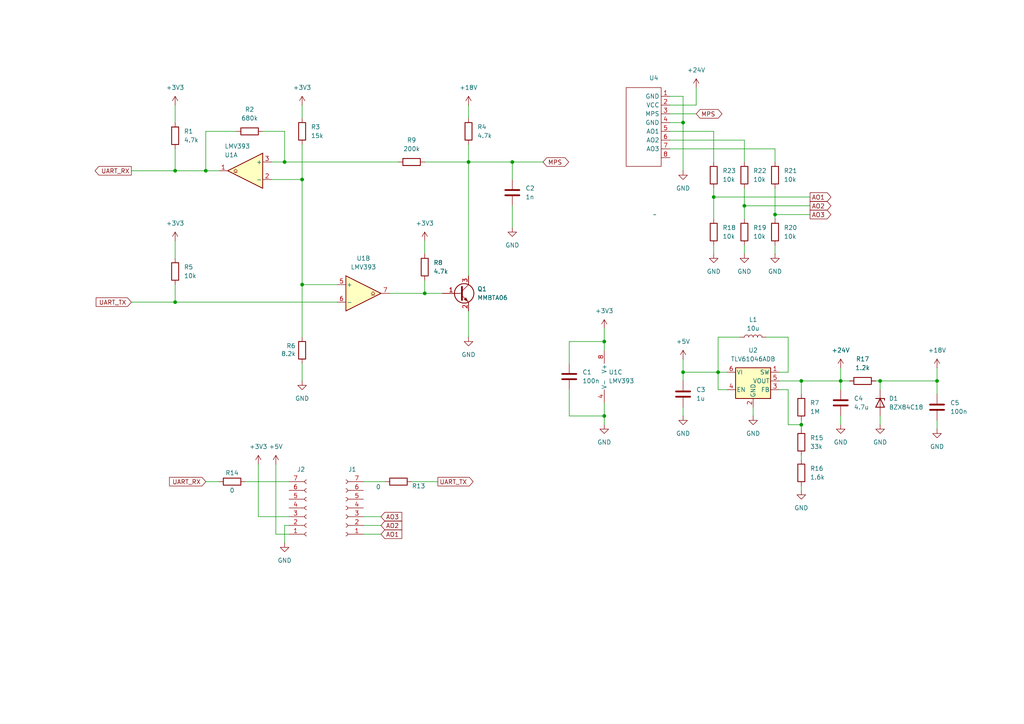
<source format=kicad_sch>
(kicad_sch (version 20250114) (generator "eeschema") (generator_version "9.0")
  (paper "A4")
  (title_block (title "Belimo Room Unit MQTT PCB"))
  (lib_symbols
    (symbol "Comparator:LMV393" (pin_names (offset 0.127))
      (property "Reference" "U" (at 3.81 3.81 0))
      (property "Value" "LMV393" (at 6.35 -3.81 0))
      (symbol "LMV393_1_1"
        (polyline (pts (xy -5.08 5.08) (xy 5.08 0) (xy -5.08 -5.08) (xy -5.08 5.08)) (stroke (width 0.254)) (fill (type background)))
        (polyline (pts (xy 3.302 -0.508) (xy 2.794 -0.508) (xy 3.302 0) (xy 2.794 0.508) (xy 2.286 0) (xy 2.794 -0.508) (xy 2.286 -0.508)) (stroke (width 0.127)))
        (pin input line (at -7.62 2.54 0) (length 2.54) (name "+") (number "3"))
        (pin input line (at -7.62 -2.54 0) (length 2.54) (name "-") (number "2"))
        (pin open_collector line (at 7.62 0 180) (length 2.54) (name "~") (number "1"))
      )
      (symbol "LMV393_2_1"
        (polyline (pts (xy -5.08 5.08) (xy 5.08 0) (xy -5.08 -5.08) (xy -5.08 5.08)) (stroke (width 0.254)) (fill (type background)))
        (polyline (pts (xy 3.302 -0.508) (xy 2.794 -0.508) (xy 3.302 0) (xy 2.794 0.508) (xy 2.286 0) (xy 2.794 -0.508) (xy 2.286 -0.508)) (stroke (width 0.127)))
        (pin input line (at -7.62 2.54 0) (length 2.54) (name "+") (number "5"))
        (pin input line (at -7.62 -2.54 0) (length 2.54) (name "-") (number "6"))
        (pin open_collector line (at 7.62 0 180) (length 2.54) (name "~") (number "7"))
      )
      (symbol "LMV393_3_1"
        (pin power_in line (at -2.54 7.62 270) (length 3.81) (name "V+") (number "8"))
        (pin power_in line (at -2.54 -7.62 90) (length 3.81) (name "V-") (number "4"))
      )
    )
    (symbol "Connector:Conn_01x07_Socket" (pin_names (offset 1.016) (hide yes))
      (property "Reference" "J" (at 0 10.16 0))
      (property "Value" "Conn_01x07_Socket" (at 0 -10.16 0))
      (symbol "Conn_01x07_Socket_1_1"
        (polyline (pts (xy -1.27 7.62) (xy -0.508 7.62)) (stroke (width 0.1524)))
        (polyline (pts (xy -1.27 5.08) (xy -0.508 5.08)) (stroke (width 0.1524)))
        (polyline (pts (xy -1.27 2.54) (xy -0.508 2.54)) (stroke (width 0.1524)))
        (polyline (pts (xy -1.27 0) (xy -0.508 0)) (stroke (width 0.1524)))
        (polyline (pts (xy -1.27 -2.54) (xy -0.508 -2.54)) (stroke (width 0.1524)))
        (polyline (pts (xy -1.27 -5.08) (xy -0.508 -5.08)) (stroke (width 0.1524)))
        (polyline (pts (xy -1.27 -7.62) (xy -0.508 -7.62)) (stroke (width 0.1524)))
        (arc (start 0 7.112) (mid -0.5058 7.62) (end 0 8.128) (stroke (width 0.1524)))
        (arc (start 0 4.572) (mid -0.5058 5.08) (end 0 5.588) (stroke (width 0.1524)))
        (arc (start 0 2.032) (mid -0.5058 2.54) (end 0 3.048) (stroke (width 0.1524)))
        (arc (start 0 -0.508) (mid -0.5058 0) (end 0 0.508) (stroke (width 0.1524)))
        (arc (start 0 -3.048) (mid -0.5058 -2.54) (end 0 -2.032) (stroke (width 0.1524)))
        (arc (start 0 -5.588) (mid -0.5058 -5.08) (end 0 -4.572) (stroke (width 0.1524)))
        (arc (start 0 -8.128) (mid -0.5058 -7.62) (end 0 -7.112) (stroke (width 0.1524)))
        (pin passive line (at -5.08 7.62 0) (length 3.81) (name "Pin_1") (number "1"))
        (pin passive line (at -5.08 5.08 0) (length 3.81) (name "Pin_2") (number "2"))
        (pin passive line (at -5.08 2.54 0) (length 3.81) (name "Pin_3") (number "3"))
        (pin passive line (at -5.08 0 0) (length 3.81) (name "Pin_4") (number "4"))
        (pin passive line (at -5.08 -2.54 0) (length 3.81) (name "Pin_5") (number "5"))
        (pin passive line (at -5.08 -5.08 0) (length 3.81) (name "Pin_6") (number "6"))
        (pin passive line (at -5.08 -7.62 0) (length 3.81) (name "Pin_7") (number "7"))
      )
    )
    (symbol "Device:C" (pin_numbers (hide yes)) (pin_names (offset 0.254))
      (property "Reference" "C" (at 0.635 2.54 0))
      (property "Value" "C" (at 0.635 -2.54 0))
      (symbol "C_0_1"
        (polyline (pts (xy -2.032 0.762) (xy 2.032 0.762)) (stroke (width 0.508)))
        (polyline (pts (xy -2.032 -0.762) (xy 2.032 -0.762)) (stroke (width 0.508)))
      )
      (symbol "C_1_1"
        (pin passive line (at 0 3.81 270) (length 2.794) (name "~") (number "1"))
        (pin passive line (at 0 -3.81 90) (length 2.794) (name "~") (number "2"))
      )
    )
    (symbol "Device:L" (pin_numbers (hide yes)) (pin_names (offset 1.016) (hide yes))
      (property "Reference" "L" (at -1.27 0 90))
      (property "Value" "L" (at 1.905 0 90))
      (symbol "L_0_1"
        (arc (start 0 2.54) (mid 0.6323 1.905) (end 0 1.27))
        (arc (start 0 1.27) (mid 0.6323 0.635) (end 0 0))
        (arc (start 0 0) (mid 0.6323 -0.635) (end 0 -1.27))
        (arc (start 0 -1.27) (mid 0.6323 -1.905) (end 0 -2.54))
      )
      (symbol "L_1_1"
        (pin passive line (at 0 3.81 270) (length 1.27) (name "1") (number "1"))
        (pin passive line (at 0 -3.81 90) (length 1.27) (name "2") (number "2"))
      )
    )
    (symbol "Device:R" (pin_numbers (hide yes)) (pin_names (offset 0))
      (property "Reference" "R" (at 2.032 0 90))
      (property "Value" "R" (at 0 0 90))
      (symbol "R_0_1"
        (rectangle (start -1.016 -2.54) (end 1.016 2.54) (stroke (width 0.254)))
      )
      (symbol "R_1_1"
        (pin passive line (at 0 3.81 270) (length 1.27) (name "~") (number "1"))
        (pin passive line (at 0 -3.81 90) (length 1.27) (name "~") (number "2"))
      )
    )
    (symbol "Diode:BZX84Cxx" (pin_numbers (hide yes)) (pin_names (hide yes))
      (property "Reference" "D" (at 0 3.81 0))
      (property "Value" "BZX84Cxx" (at 0 -3.81 0))
      (symbol "BZX84Cxx_0_1"
        (polyline (pts (xy -1.27 -1.27) (xy -1.27 1.27) (xy -0.762 1.27)) (stroke (width 0.254)))
        (polyline (pts (xy 1.27 0) (xy -1.27 0)))
        (polyline (pts (xy 1.27 -1.27) (xy 1.27 1.27) (xy -1.27 0) (xy 1.27 -1.27)) (stroke (width 0.254)))
      )
      (symbol "BZX84Cxx_1_1"
        (pin passive line (at -3.81 0 0) (length 2.54) (name "K") (number "3"))
        (pin no_connect line (at 1.27 0 180) (length 2.54) (hide yes) (name "NC") (number "2"))
        (pin passive line (at 3.81 0 180) (length 2.54) (name "A") (number "1"))
      )
    )
    (symbol "Project_Library:RoomUnit_Connector"
      (property "Reference" "U" (at 3.302 21.59 0))
      (symbol "RoomUnit_Connector_0_1"
        (rectangle (start 2.54 20.32) (end 12.7 -2.54))
      )
      (symbol "RoomUnit_Connector_1_1"
        (pin input line (at 0 17.78 0) (length 2.54) (name "GND") (number "1"))
        (pin input line (at 0 15.24 0) (length 2.54) (name "VCC") (number "2"))
        (pin input line (at 0 12.7 0) (length 2.54) (name "MPS") (number "3"))
        (pin input line (at 0 10.16 0) (length 2.54) (name "GND") (number "4"))
        (pin input line (at 0 7.62 0) (length 2.54) (name "AO1") (number "5"))
        (pin input line (at 0 5.08 0) (length 2.54) (name "AO2") (number "6"))
        (pin input line (at 0 2.54 0) (length 2.54) (name "AO3") (number "7"))
        (pin input line (at 0 0 0) (length 2.54) (name "") (number "8"))
      )
    )
    (symbol "Regulator_Switching:TLV61046ADB" (pin_names (offset 0.254))
      (property "Reference" "U" (at -5.08 7.62 0))
      (property "Value" "TLV61046ADB" (at 0 7.62 0))
      (symbol "TLV61046ADB_0_1"
        (rectangle (start -5.08 6.35) (end 5.08 -2.54) (stroke (width 0.254)) (fill (type background)))
      )
      (symbol "TLV61046ADB_1_1"
        (pin power_in line (at -7.62 5.08 0) (length 2.54) (name "VI") (number "6"))
        (pin input line (at -7.62 0 0) (length 2.54) (name "EN") (number "4"))
        (pin power_in line (at 0 -5.08 90) (length 2.54) (name "GND") (number "2"))
        (pin power_in line (at 7.62 5.08 180) (length 2.54) (name "SW") (number "1"))
        (pin power_out line (at 7.62 2.54 180) (length 2.54) (name "VOUT") (number "5"))
        (pin input line (at 7.62 0 180) (length 2.54) (name "FB") (number "3"))
      )
    )
    (symbol "Transistor_BJT:MMBTA06" (pin_names (offset 0) (hide yes))
      (property "Reference" "Q" (at 5.08 1.905 0))
      (property "Value" "MMBTA06" (at 5.08 0 0))
      (symbol "MMBTA06_0_1"
        (polyline (pts (xy 0 0) (xy 0.635 0)))
        (polyline (pts (xy 0.635 1.905) (xy 0.635 -1.905) (xy 0.635 -1.905)) (stroke (width 0.508)))
        (polyline (pts (xy 0.635 0.635) (xy 2.54 2.54)))
        (polyline (pts (xy 0.635 -0.635) (xy 2.54 -2.54) (xy 2.54 -2.54)))
        (circle (center 1.27 0) (radius 2.8194) (stroke (width 0.254)))
        (polyline (pts (xy 1.27 -1.778) (xy 1.778 -1.27) (xy 2.286 -2.286) (xy 1.27 -1.778) (xy 1.27 -1.778)) (fill (type outline)))
      )
      (symbol "MMBTA06_1_1"
        (pin input line (at -5.08 0 0) (length 5.08) (name "B") (number "1"))
        (pin passive line (at 2.54 5.08 270) (length 2.54) (name "C") (number "3"))
        (pin passive line (at 2.54 -5.08 90) (length 2.54) (name "E") (number "2"))
      )
    )
    (symbol "power:+24V" (power) (pin_numbers (hide yes)) (pin_names (offset 0) (hide yes))
      (property "Value" "+24V" (at 0 3.556 0))
      (symbol "+24V_0_1"
        (polyline (pts (xy -0.762 1.27) (xy 0 2.54)))
        (polyline (pts (xy 0 2.54) (xy 0.762 1.27)))
        (polyline (pts (xy 0 0) (xy 0 2.54)))
      )
      (symbol "+24V_1_1"
        (pin power_in line (at 0 0 90) (length 0) (name "~") (number "1"))
      )
    )
    (symbol "power:+28V" (power) (pin_numbers (hide yes)) (pin_names (offset 0) (hide yes))
      (property "Value" "+28V" (at 0 3.556 0))
      (symbol "+28V_0_1"
        (polyline (pts (xy -0.762 1.27) (xy 0 2.54)))
        (polyline (pts (xy 0 2.54) (xy 0.762 1.27)))
        (polyline (pts (xy 0 0) (xy 0 2.54)))
      )
      (symbol "+28V_1_1"
        (pin power_in line (at 0 0 90) (length 0) (name "~") (number "1"))
      )
    )
    (symbol "power:+3V3" (power) (pin_numbers (hide yes)) (pin_names (offset 0) (hide yes))
      (property "Value" "+3V3" (at 0 3.556 0))
      (symbol "+3V3_0_1"
        (polyline (pts (xy -0.762 1.27) (xy 0 2.54)))
        (polyline (pts (xy 0 2.54) (xy 0.762 1.27)))
        (polyline (pts (xy 0 0) (xy 0 2.54)))
      )
      (symbol "+3V3_1_1"
        (pin power_in line (at 0 0 90) (length 0) (name "~") (number "1"))
      )
    )
    (symbol "power:+5V" (power) (pin_numbers (hide yes)) (pin_names (offset 0) (hide yes))
      (property "Value" "+5V" (at 0 3.556 0))
      (symbol "+5V_0_1"
        (polyline (pts (xy -0.762 1.27) (xy 0 2.54)))
        (polyline (pts (xy 0 2.54) (xy 0.762 1.27)))
        (polyline (pts (xy 0 0) (xy 0 2.54)))
      )
      (symbol "+5V_1_1"
        (pin power_in line (at 0 0 90) (length 0) (name "~") (number "1"))
      )
    )
    (symbol "power:GND" (power) (pin_numbers (hide yes)) (pin_names (offset 0) (hide yes))
      (property "Value" "GND" (at 0 -3.81 0))
      (symbol "GND_0_1"
        (polyline (pts (xy 0 0) (xy 0 -1.27) (xy 1.27 -1.27) (xy 0 -2.54) (xy -1.27 -1.27) (xy 0 -1.27)))
      )
      (symbol "GND_1_1"
        (pin power_in line (at 0 0 270) (length 0) (name "~") (number "1"))
      )
    )
  )
  (junction (at 87.63 52.07))
  (junction (at 148.59 46.99))
  (junction (at 208.28 107.95))
  (junction (at 271.78 110.49))
  (junction (at 232.41 123.19))
  (junction (at 207.01 57.15))
  (junction (at 215.9 59.69))
  (junction (at 232.41 110.49))
  (junction (at 224.79 62.23))
  (junction (at 50.8 87.63))
  (junction (at 82.55 46.99))
  (junction (at 59.69 49.53))
  (junction (at 198.12 107.95))
  (junction (at 175.26 99.06))
  (junction (at 123.19 85.09))
  (junction (at 87.63 82.55))
  (junction (at 175.26 120.65))
  (junction (at 198.12 35.56))
  (junction (at 255.27 110.49))
  (junction (at 135.89 46.99))
  (junction (at 50.8 49.53))
  (junction (at 243.84 110.49))
  (wire (pts (xy 194.31 33.02) (xy 201.93 33.02)))
  (wire (pts (xy 207.01 54.61) (xy 207.01 57.15)))
  (wire (pts (xy 198.12 35.56) (xy 198.12 27.94)))
  (wire (pts (xy 207.01 38.1) (xy 207.01 46.99)))
  (wire (pts (xy 165.1 120.65) (xy 175.26 120.65)))
  (wire (pts (xy 255.27 120.65) (xy 255.27 123.19)))
  (wire (pts (xy 83.82 152.4) (xy 82.55 152.4)))
  (wire (pts (xy 38.1 87.63) (xy 50.8 87.63)))
  (wire (pts (xy 226.06 107.95) (xy 228.6 107.95)))
  (wire (pts (xy 228.6 113.03) (xy 228.6 123.19)))
  (wire (pts (xy 123.19 69.85) (xy 123.19 73.66)))
  (wire (pts (xy 82.55 46.99) (xy 115.57 46.99)))
  (wire (pts (xy 165.1 105.41) (xy 165.1 99.06)))
  (wire (pts (xy 198.12 118.11) (xy 198.12 120.65)))
  (wire (pts (xy 50.8 69.85) (xy 50.8 74.93)))
  (wire (pts (xy 232.41 142.24) (xy 232.41 140.97)))
  (wire (pts (xy 82.55 38.1) (xy 82.55 46.99)))
  (wire (pts (xy 224.79 54.61) (xy 224.79 62.23)))
  (wire (pts (xy 226.06 110.49) (xy 232.41 110.49)))
  (wire (pts (xy 63.5 139.7) (xy 59.69 139.7)))
  (wire (pts (xy 198.12 107.95) (xy 198.12 110.49)))
  (wire (pts (xy 215.9 71.12) (xy 215.9 73.66)))
  (wire (pts (xy 148.59 46.99) (xy 157.48 46.99)))
  (wire (pts (xy 175.26 99.06) (xy 175.26 101.6)))
  (wire (pts (xy 210.82 113.03) (xy 208.28 113.03)))
  (wire (pts (xy 135.89 46.99) (xy 135.89 80.01)))
  (wire (pts (xy 87.63 30.48) (xy 87.63 34.29)))
  (wire (pts (xy 82.55 157.48) (xy 82.55 152.4)))
  (wire (pts (xy 194.31 40.64) (xy 215.9 40.64)))
  (wire (pts (xy 218.44 118.11) (xy 218.44 120.65)))
  (wire (pts (xy 208.28 113.03) (xy 208.28 107.95)))
  (wire (pts (xy 148.59 46.99) (xy 135.89 46.99)))
  (wire (pts (xy 105.41 152.4) (xy 110.49 152.4)))
  (wire (pts (xy 74.93 149.86) (xy 83.82 149.86)))
  (wire (pts (xy 87.63 82.55) (xy 87.63 52.07)))
  (wire (pts (xy 123.19 85.09) (xy 128.27 85.09)))
  (wire (pts (xy 254 110.49) (xy 255.27 110.49)))
  (wire (pts (xy 207.01 38.1) (xy 194.31 38.1)))
  (wire (pts (xy 76.2 38.1) (xy 82.55 38.1)))
  (wire (pts (xy 228.6 97.79) (xy 228.6 107.95)))
  (wire (pts (xy 198.12 104.14) (xy 198.12 107.95)))
  (wire (pts (xy 208.28 107.95) (xy 210.82 107.95)))
  (wire (pts (xy 165.1 113.03) (xy 165.1 120.65)))
  (wire (pts (xy 148.59 52.07) (xy 148.59 46.99)))
  (wire (pts (xy 198.12 107.95) (xy 208.28 107.95)))
  (wire (pts (xy 50.8 30.48) (xy 50.8 35.56)))
  (wire (pts (xy 214.63 97.79) (xy 208.28 97.79)))
  (wire (pts (xy 232.41 133.35) (xy 232.41 132.08)))
  (wire (pts (xy 255.27 110.49) (xy 271.78 110.49)))
  (wire (pts (xy 224.79 71.12) (xy 224.79 73.66)))
  (wire (pts (xy 135.89 90.17) (xy 135.89 97.79)))
  (wire (pts (xy 87.63 97.79) (xy 87.63 82.55)))
  (wire (pts (xy 232.41 123.19) (xy 232.41 124.46)))
  (wire (pts (xy 198.12 27.94) (xy 194.31 27.94)))
  (wire (pts (xy 38.1 49.53) (xy 50.8 49.53)))
  (wire (pts (xy 215.9 59.69) (xy 234.95 59.69)))
  (wire (pts (xy 207.01 71.12) (xy 207.01 73.66)))
  (wire (pts (xy 201.93 30.48) (xy 194.31 30.48)))
  (wire (pts (xy 194.31 35.56) (xy 198.12 35.56)))
  (wire (pts (xy 232.41 121.92) (xy 232.41 123.19)))
  (wire (pts (xy 255.27 113.03) (xy 255.27 110.49)))
  (wire (pts (xy 127 139.7) (xy 119.38 139.7)))
  (wire (pts (xy 80.01 154.94) (xy 83.82 154.94)))
  (wire (pts (xy 59.69 49.53) (xy 63.5 49.53)))
  (wire (pts (xy 148.59 59.69) (xy 148.59 66.04)))
  (wire (pts (xy 87.63 105.41) (xy 87.63 110.49)))
  (wire (pts (xy 111.76 139.7) (xy 105.41 139.7)))
  (wire (pts (xy 201.93 25.4) (xy 201.93 30.48)))
  (wire (pts (xy 105.41 154.94) (xy 110.49 154.94)))
  (wire (pts (xy 215.9 59.69) (xy 215.9 63.5)))
  (wire (pts (xy 243.84 120.65) (xy 243.84 123.19)))
  (wire (pts (xy 165.1 99.06) (xy 175.26 99.06)))
  (wire (pts (xy 135.89 41.91) (xy 135.89 46.99)))
  (wire (pts (xy 224.79 62.23) (xy 224.79 63.5)))
  (wire (pts (xy 271.78 121.92) (xy 271.78 124.46)))
  (wire (pts (xy 80.01 154.94) (xy 80.01 134.62)))
  (wire (pts (xy 215.9 40.64) (xy 215.9 46.99)))
  (wire (pts (xy 232.41 110.49) (xy 243.84 110.49)))
  (wire (pts (xy 68.58 38.1) (xy 59.69 38.1)))
  (wire (pts (xy 208.28 97.79) (xy 208.28 107.95)))
  (wire (pts (xy 215.9 54.61) (xy 215.9 59.69)))
  (wire (pts (xy 50.8 82.55) (xy 50.8 87.63)))
  (wire (pts (xy 135.89 30.48) (xy 135.89 34.29)))
  (wire (pts (xy 78.74 46.99) (xy 82.55 46.99)))
  (wire (pts (xy 50.8 43.18) (xy 50.8 49.53)))
  (wire (pts (xy 224.79 62.23) (xy 234.95 62.23)))
  (wire (pts (xy 135.89 46.99) (xy 123.19 46.99)))
  (wire (pts (xy 243.84 106.68) (xy 243.84 110.49)))
  (wire (pts (xy 246.38 110.49) (xy 243.84 110.49)))
  (wire (pts (xy 113.03 85.09) (xy 123.19 85.09)))
  (wire (pts (xy 71.12 139.7) (xy 83.82 139.7)))
  (wire (pts (xy 232.41 123.19) (xy 228.6 123.19)))
  (wire (pts (xy 271.78 106.68) (xy 271.78 110.49)))
  (wire (pts (xy 123.19 81.28) (xy 123.19 85.09)))
  (wire (pts (xy 207.01 57.15) (xy 207.01 63.5)))
  (wire (pts (xy 271.78 110.49) (xy 271.78 114.3)))
  (wire (pts (xy 224.79 43.18) (xy 224.79 46.99)))
  (wire (pts (xy 74.93 134.62) (xy 74.93 149.86)))
  (wire (pts (xy 105.41 149.86) (xy 110.49 149.86)))
  (wire (pts (xy 50.8 87.63) (xy 97.79 87.63)))
  (wire (pts (xy 87.63 52.07) (xy 87.63 41.91)))
  (wire (pts (xy 194.31 43.18) (xy 224.79 43.18)))
  (wire (pts (xy 175.26 120.65) (xy 175.26 123.19)))
  (wire (pts (xy 198.12 49.53) (xy 198.12 35.56)))
  (wire (pts (xy 232.41 114.3) (xy 232.41 110.49)))
  (wire (pts (xy 78.74 52.07) (xy 87.63 52.07)))
  (wire (pts (xy 207.01 57.15) (xy 234.95 57.15)))
  (wire (pts (xy 243.84 110.49) (xy 243.84 113.03)))
  (wire (pts (xy 222.25 97.79) (xy 228.6 97.79)))
  (wire (pts (xy 175.26 95.25) (xy 175.26 99.06)))
  (wire (pts (xy 87.63 82.55) (xy 97.79 82.55)))
  (wire (pts (xy 226.06 113.03) (xy 228.6 113.03)))
  (wire (pts (xy 59.69 38.1) (xy 59.69 49.53)))
  (wire (pts (xy 50.8 49.53) (xy 59.69 49.53)))
  (wire (pts (xy 175.26 116.84) (xy 175.26 120.65)))
  (global_label "AO1" (shape input) (at 110.49 154.94 0) (property "Intersheetrefs" "${INTERSHEET_REFS}" (effects (hide yes))))
  (global_label "MPS" (shape bidirectional) (at 201.93 33.02 0) (property "Intersheetrefs" "${INTERSHEET_REFS}" (effects (hide yes))))
  (global_label "AO1" (shape output) (at 234.95 57.15 0) (property "Intersheetrefs" "${INTERSHEET_REFS}" (effects (hide yes))))
  (global_label "UART_RX" (shape output) (at 38.1 49.53 180) (property "Intersheetrefs" "${INTERSHEET_REFS}" (effects (hide yes))))
  (global_label "AO3" (shape output) (at 234.95 62.23 0) (property "Intersheetrefs" "${INTERSHEET_REFS}" (effects (hide yes))))
  (global_label "UART_RX" (shape input) (at 59.69 139.7 180) (property "Intersheetrefs" "${INTERSHEET_REFS}" (effects (hide yes))))
  (global_label "AO3" (shape input) (at 110.49 149.86 0) (property "Intersheetrefs" "${INTERSHEET_REFS}" (effects (hide yes))))
  (global_label "UART_TX" (shape input) (at 38.1 87.63 180) (property "Intersheetrefs" "${INTERSHEET_REFS}" (effects (hide yes))))
  (global_label "AO2" (shape output) (at 234.95 59.69 0) (property "Intersheetrefs" "${INTERSHEET_REFS}" (effects (hide yes))))
  (global_label "MPS" (shape bidirectional) (at 157.48 46.99 0) (property "Intersheetrefs" "${INTERSHEET_REFS}" (effects (hide yes))))
  (global_label "AO2" (shape input) (at 110.49 152.4 0) (property "Intersheetrefs" "${INTERSHEET_REFS}" (effects (hide yes))))
  (global_label "UART_TX" (shape output) (at 127 139.7 0) (property "Intersheetrefs" "${INTERSHEET_REFS}" (effects (hide yes))))
  (symbol (lib_id "Connector:Conn_01x07_Socket") (at 88.9 147.32 0) (mirror x) (unit 1)
    (property "Reference" "J2" (at 86.106 136.144 0) (effects (justify left)))
    (property "Value" "Conn_01x07_Socket" (effects (hide yes)))
    (property "Footprint" "Project_Library:XIAO_ESP32-C3_Custom_Connector" (effects (hide yes)))
    (property "Description" "Generic connector, single row, 01x07, script generated" (effects (hide yes)))
  )
  (symbol (lib_id "Device:C") (at 148.59 55.88 0) (unit 1)
    (property "Reference" "C2" (at 152.4 54.6099 0) (effects (justify left)))
    (property "Value" "1n" (at 152.4 57.1499 0) (effects (justify left)))
    (property "Footprint" "Capacitor_SMD:C_0805_2012Metric_Pad1.18x1.45mm_HandSolder" (effects (hide yes)))
    (property "Description" "Unpolarized capacitor" (effects (hide yes)))
  )
  (symbol (lib_id "power:+3V3") (at 123.19 69.85 0) (unit 1)
    (property "Reference" "#PWR010" (effects (hide yes)))
    (property "Value" "+3V3" (at 123.19 64.77 0))
    (property "Description" "Power symbol creates a global label with name \"+3V3\"" (effects (hide yes)))
  )
  (symbol (lib_id "Device:C") (at 243.84 116.84 0) (unit 1)
    (property "Reference" "C4" (at 247.65 115.5699 0) (effects (justify left)))
    (property "Value" "4.7u" (at 247.65 118.1099 0) (effects (justify left)))
    (property "Footprint" "Capacitor_SMD:C_1206_3216Metric" (effects (hide yes)))
    (property "Description" "Unpolarized capacitor" (effects (hide yes)))
  )
  (symbol (lib_id "power:GND") (at 87.63 110.49 0) (unit 1)
    (property "Reference" "#PWR08" (effects (hide yes)))
    (property "Value" "GND" (at 87.63 115.57 0))
    (property "Description" "Power symbol creates a global label with name \"GND\" , ground" (effects (hide yes)))
  )
  (symbol (lib_id "power:+24V") (at 243.84 106.68 0) (unit 1)
    (property "Reference" "#PWR016" (effects (hide yes)))
    (property "Value" "+24V" (at 243.84 101.6 0))
    (property "Description" "Power symbol creates a global label with name \"+24V\"" (effects (hide yes)))
  )
  (symbol (lib_id "power:GND") (at 82.55 157.48 0) (unit 1)
    (property "Reference" "#PWR021" (effects (hide yes)))
    (property "Value" "GND" (at 82.55 162.56 0))
    (property "Description" "Power symbol creates a global label with name \"GND\" , ground" (effects (hide yes)))
  )
  (symbol (lib_id "Transistor_BJT:MMBTA06") (at 133.35 85.09 0) (unit 1)
    (property "Reference" "Q1" (at 138.43 83.8199 0) (effects (justify left)))
    (property "Value" "MMBTA06" (at 138.43 86.3599 0) (effects (justify left)))
    (property "Footprint" "Package_TO_SOT_SMD:SOT-23" (effects (hide yes)))
    (property "Datasheet" "https://diotec.com/request/datasheet/mmbta06.pdf" (effects (hide yes)))
    (property "Description" "0.5A Ic, 80V Vce, general purpose NPN" (effects (hide yes)))
  )
  (symbol (lib_id "Device:R") (at 207.01 67.31 0) (unit 1)
    (property "Reference" "R18" (at 209.55 66.0399 0) (effects (justify left)))
    (property "Value" "10k" (at 209.55 68.5799 0) (effects (justify left)))
    (property "Footprint" "Resistor_SMD:R_0805_2012Metric_Pad1.20x1.40mm_HandSolder" (effects (hide yes)))
    (property "Description" "Resistor" (effects (hide yes)))
  )
  (symbol (lib_id "Device:R") (at 50.8 39.37 0) (unit 1)
    (property "Reference" "R1" (at 53.34 38.0999 0) (effects (justify left)))
    (property "Value" "4.7k" (at 53.34 40.6399 0) (effects (justify left)))
    (property "Footprint" "Resistor_SMD:R_0805_2012Metric_Pad1.20x1.40mm_HandSolder" (effects (hide yes)))
    (property "Description" "Resistor" (effects (hide yes)))
  )
  (symbol (lib_id "power:GND") (at 271.78 124.46 0) (unit 1)
    (property "Reference" "#PWR024" (effects (hide yes)))
    (property "Value" "GND" (at 271.78 129.54 0))
    (property "Description" "Power symbol creates a global label with name \"GND\" , ground" (effects (hide yes)))
  )
  (symbol (lib_id "Device:R") (at 119.38 46.99 90) (unit 1)
    (property "Reference" "R9" (at 119.38 40.64 90))
    (property "Value" "200k" (at 119.38 43.18 90))
    (property "Footprint" "Resistor_SMD:R_0805_2012Metric_Pad1.20x1.40mm_HandSolder" (effects (hide yes)))
    (property "Description" "Resistor" (effects (hide yes)))
  )
  (symbol (lib_id "Device:R") (at 224.79 67.31 0) (unit 1)
    (property "Reference" "R20" (at 227.33 66.0399 0) (effects (justify left)))
    (property "Value" "10k" (at 227.33 68.5799 0) (effects (justify left)))
    (property "Footprint" "Resistor_SMD:R_0805_2012Metric_Pad1.20x1.40mm_HandSolder" (effects (hide yes)))
    (property "Description" "Resistor" (effects (hide yes)))
  )
  (symbol (lib_id "Device:R") (at 87.63 101.6 0) (unit 1)
    (property "Reference" "R6" (at 83.058 100.33 0) (effects (justify left)))
    (property "Value" "8.2k" (at 81.534 102.616 0) (effects (justify left)))
    (property "Footprint" "Resistor_SMD:R_0805_2012Metric_Pad1.20x1.40mm_HandSolder" (effects (hide yes)))
    (property "Description" "Resistor" (effects (hide yes)))
  )
  (symbol (lib_id "Device:C") (at 165.1 109.22 0) (unit 1)
    (property "Reference" "C1" (at 168.91 107.9499 0) (effects (justify left)))
    (property "Value" "100n" (at 168.91 110.4899 0) (effects (justify left)))
    (property "Footprint" "Capacitor_SMD:C_0805_2012Metric_Pad1.18x1.45mm_HandSolder" (effects (hide yes)))
    (property "Description" "Unpolarized capacitor" (effects (hide yes)))
  )
  (symbol (lib_id "power:GND") (at 175.26 123.19 0) (unit 1)
    (property "Reference" "#PWR01" (effects (hide yes)))
    (property "Value" "GND" (at 175.26 128.27 0))
    (property "Description" "Power symbol creates a global label with name \"GND\" , ground" (effects (hide yes)))
  )
  (symbol (lib_id "power:GND") (at 243.84 123.19 0) (unit 1)
    (property "Reference" "#PWR015" (effects (hide yes)))
    (property "Value" "GND" (at 243.84 128.27 0))
    (property "Description" "Power symbol creates a global label with name \"GND\" , ground" (effects (hide yes)))
  )
  (symbol (lib_id "power:GND") (at 207.01 73.66 0) (unit 1)
    (property "Reference" "#PWR026" (effects (hide yes)))
    (property "Value" "GND" (at 207.01 78.74 0))
    (property "Description" "Power symbol creates a global label with name \"GND\" , ground" (effects (hide yes)))
  )
  (symbol (lib_id "power:+5V") (at 198.12 104.14 0) (unit 1)
    (property "Reference" "#PWR017" (effects (hide yes)))
    (property "Value" "+5V" (at 198.12 99.06 0))
    (property "Description" "Power symbol creates a global label with name \"+5V\"" (effects (hide yes)))
  )
  (symbol (lib_id "Device:R") (at 135.89 38.1 0) (unit 1)
    (property "Reference" "R4" (at 138.43 36.8299 0) (effects (justify left)))
    (property "Value" "4.7k" (at 138.43 39.3699 0) (effects (justify left)))
    (property "Footprint" "Resistor_SMD:R_0805_2012Metric_Pad1.20x1.40mm_HandSolder" (effects (hide yes)))
    (property "Description" "Resistor" (effects (hide yes)))
  )
  (symbol (lib_id "power:GND") (at 255.27 123.19 0) (unit 1)
    (property "Reference" "#PWR023" (effects (hide yes)))
    (property "Value" "GND" (at 255.27 128.27 0))
    (property "Description" "Power symbol creates a global label with name \"GND\" , ground" (effects (hide yes)))
  )
  (symbol (lib_id "power:GND") (at 232.41 142.24 0) (unit 1)
    (property "Reference" "#PWR06" (effects (hide yes)))
    (property "Value" "GND" (at 232.41 147.32 0))
    (property "Description" "Power symbol creates a global label with name \"GND\" , ground" (effects (hide yes)))
  )
  (symbol (lib_id "power:GND") (at 135.89 97.79 0) (unit 1)
    (property "Reference" "#PWR011" (effects (hide yes)))
    (property "Value" "GND" (at 135.89 102.87 0))
    (property "Description" "Power symbol creates a global label with name \"GND\" , ground" (effects (hide yes)))
  )
  (symbol (lib_id "power:GND") (at 224.79 73.66 0) (unit 1)
    (property "Reference" "#PWR028" (effects (hide yes)))
    (property "Value" "GND" (at 224.79 78.74 0))
    (property "Description" "Power symbol creates a global label with name \"GND\" , ground" (effects (hide yes)))
  )
  (symbol (lib_id "Connector:Conn_01x07_Socket") (at 100.33 147.32 180) (unit 1)
    (property "Reference" "J1" (at 103.378 136.144 0) (effects (justify left)))
    (property "Value" "Conn_01x07_Socket" (effects (hide yes)))
    (property "Footprint" "Project_Library:XIAO_ESP32-C3_Custom_Connector" (effects (hide yes)))
    (property "Description" "Generic connector, single row, 01x07, script generated" (effects (hide yes)))
  )
  (symbol (lib_id "Diode:BZX84Cxx") (at 255.27 116.84 270) (unit 1)
    (property "Reference" "D1" (at 257.81 115.5699 90) (effects (justify left)))
    (property "Value" "BZX84C18" (at 257.81 118.1099 90) (effects (justify left)))
    (property "Footprint" "Package_TO_SOT_SMD:SOT-23" (effects (hide yes)))
    (property "Datasheet" "https://diotec.com/tl_files/diotec/files/pdf/datasheets/bzx84c2v4.pdf" (effects (hide yes)))
    (property "Description" "300mW Zener Diode, SOT-23" (effects (hide yes)))
  )
  (symbol (lib_id "power:GND") (at 198.12 120.65 0) (unit 1)
    (property "Reference" "#PWR013" (effects (hide yes)))
    (property "Value" "GND" (at 198.12 125.73 0))
    (property "Description" "Power symbol creates a global label with name \"GND\" , ground" (effects (hide yes)))
  )
  (symbol (lib_id "Device:R") (at 224.79 50.8 0) (unit 1)
    (property "Reference" "R21" (at 227.33 49.5299 0) (effects (justify left)))
    (property "Value" "10k" (at 227.33 52.0699 0) (effects (justify left)))
    (property "Footprint" "Resistor_SMD:R_0805_2012Metric_Pad1.20x1.40mm_HandSolder" (effects (hide yes)))
    (property "Description" "Resistor" (effects (hide yes)))
  )
  (symbol (lib_id "power:+28V") (at 135.89 30.48 0) (unit 1)
    (property "Reference" "#PWR025" (effects (hide yes)))
    (property "Value" "+18V" (at 135.89 25.4 0))
    (property "Description" "Power symbol creates a global label with name \"+28V\"" (effects (hide yes)))
  )
  (symbol (lib_id "power:+3V3") (at 74.93 134.62 0) (unit 1)
    (property "Reference" "#PWR022" (effects (hide yes)))
    (property "Value" "+3V3" (at 74.93 129.54 0))
    (property "Description" "Power symbol creates a global label with name \"+3V3\"" (effects (hide yes)))
  )
  (symbol (lib_id "Device:C") (at 198.12 114.3 0) (unit 1)
    (property "Reference" "C3" (at 201.93 113.0299 0) (effects (justify left)))
    (property "Value" "1u" (at 201.93 115.5699 0) (effects (justify left)))
    (property "Footprint" "Capacitor_SMD:C_1206_3216Metric" (effects (hide yes)))
    (property "Description" "Unpolarized capacitor" (effects (hide yes)))
  )
  (symbol (lib_id "Device:R") (at 72.39 38.1 90) (unit 1)
    (property "Reference" "R2" (at 72.39 31.75 90))
    (property "Value" "680k" (at 72.39 34.29 90))
    (property "Footprint" "Resistor_SMD:R_0805_2012Metric_Pad1.20x1.40mm_HandSolder" (effects (hide yes)))
    (property "Description" "Resistor" (effects (hide yes)))
  )
  (symbol (lib_id "Device:R") (at 250.19 110.49 90) (unit 1)
    (property "Reference" "R17" (at 250.19 104.14 90))
    (property "Value" "1.2k" (at 250.19 106.68 90))
    (property "Footprint" "Resistor_SMD:R_0805_2012Metric_Pad1.20x1.40mm_HandSolder" (effects (hide yes)))
    (property "Description" "Resistor" (effects (hide yes)))
  )
  (symbol (lib_id "Comparator:LMV393") (at 105.41 85.09 0) (unit 2)
    (property "Reference" "U1" (at 105.41 74.93 0))
    (property "Value" "LMV393" (at 105.41 77.47 0))
    (property "Footprint" "Package_SO:SOIC-8_3.9x4.9mm_P1.27mm" (effects (hide yes)))
    (property "Datasheet" "http://www.ti.com/lit/ds/symlink/lmv331.pdf" (effects (hide yes)))
    (property "Description" "Dual General-Purpose Low-Voltage Comparator, SOIC-8/TSSOP-8/VSSOP-8" (effects (hide yes)))
  )
  (symbol (lib_id "power:+3V3") (at 50.8 30.48 0) (unit 1)
    (property "Reference" "#PWR03" (effects (hide yes)))
    (property "Value" "+3V3" (at 50.8 25.4 0))
    (property "Description" "Power symbol creates a global label with name \"+3V3\"" (effects (hide yes)))
  )
  (symbol (lib_id "Comparator:LMV393") (at 177.8 109.22 0) (unit 3)
    (property "Reference" "U1" (at 176.53 107.9499 0) (effects (justify left)))
    (property "Value" "LMV393" (at 176.53 110.4899 0) (effects (justify left)))
    (property "Footprint" "Package_SO:SOIC-8_3.9x4.9mm_P1.27mm" (effects (hide yes)))
    (property "Datasheet" "http://www.ti.com/lit/ds/symlink/lmv331.pdf" (effects (hide yes)))
    (property "Description" "Dual General-Purpose Low-Voltage Comparator, SOIC-8/TSSOP-8/VSSOP-8" (effects (hide yes)))
  )
  (symbol (lib_id "power:GND") (at 215.9 73.66 0) (unit 1)
    (property "Reference" "#PWR027" (effects (hide yes)))
    (property "Value" "GND" (at 215.9 78.74 0))
    (property "Description" "Power symbol creates a global label with name \"GND\" , ground" (effects (hide yes)))
  )
  (symbol (lib_id "Device:R") (at 232.41 118.11 0) (unit 1)
    (property "Reference" "R7" (at 234.95 116.8399 0) (effects (justify left)))
    (property "Value" "1M" (at 234.95 119.3799 0) (effects (justify left)))
    (property "Footprint" "Resistor_SMD:R_0805_2012Metric_Pad1.20x1.40mm_HandSolder" (effects (hide yes)))
    (property "Description" "Resistor" (effects (hide yes)))
  )
  (symbol (lib_id "Device:R") (at 207.01 50.8 0) (unit 1)
    (property "Reference" "R23" (at 209.55 49.5299 0) (effects (justify left)))
    (property "Value" "10k" (at 209.55 52.0699 0) (effects (justify left)))
    (property "Footprint" "Resistor_SMD:R_0805_2012Metric_Pad1.20x1.40mm_HandSolder" (effects (hide yes)))
    (property "Description" "Resistor" (effects (hide yes)))
  )
  (symbol (lib_id "power:+28V") (at 271.78 106.68 0) (unit 1)
    (property "Reference" "#PWR09" (effects (hide yes)))
    (property "Value" "+18V" (at 271.78 101.6 0))
    (property "Description" "Power symbol creates a global label with name \"+28V\"" (effects (hide yes)))
  )
  (symbol (lib_id "Device:R") (at 67.31 139.7 270) (unit 1)
    (property "Reference" "R14" (at 67.31 137.16 90))
    (property "Value" "0" (at 67.31 142.24 90))
    (property "Footprint" "Resistor_SMD:R_0805_2012Metric_Pad1.20x1.40mm_HandSolder" (effects (hide yes)))
    (property "Description" "Resistor" (effects (hide yes)))
  )
  (symbol (lib_id "Device:R") (at 87.63 38.1 0) (unit 1)
    (property "Reference" "R3" (at 90.17 36.8299 0) (effects (justify left)))
    (property "Value" "15k" (at 90.17 39.3699 0) (effects (justify left)))
    (property "Footprint" "Resistor_SMD:R_0805_2012Metric_Pad1.20x1.40mm_HandSolder" (effects (hide yes)))
    (property "Description" "Resistor" (effects (hide yes)))
  )
  (symbol (lib_id "power:+3V3") (at 87.63 30.48 0) (unit 1)
    (property "Reference" "#PWR04" (effects (hide yes)))
    (property "Value" "+3V3" (at 87.63 25.4 0))
    (property "Description" "Power symbol creates a global label with name \"+3V3\"" (effects (hide yes)))
  )
  (symbol (lib_id "power:+3V3") (at 50.8 69.85 0) (unit 1)
    (property "Reference" "#PWR07" (effects (hide yes)))
    (property "Value" "+3V3" (at 50.8 64.77 0))
    (property "Description" "Power symbol creates a global label with name \"+3V3\"" (effects (hide yes)))
  )
  (symbol (lib_id "Device:R") (at 232.41 137.16 0) (unit 1)
    (property "Reference" "R16" (at 234.95 135.8899 0) (effects (justify left)))
    (property "Value" "1.6k" (at 234.95 138.4299 0) (effects (justify left)))
    (property "Footprint" "Resistor_SMD:R_0805_2012Metric_Pad1.20x1.40mm_HandSolder" (effects (hide yes)))
    (property "Description" "Resistor" (effects (hide yes)))
  )
  (symbol (lib_id "Project_Library:RoomUnit_Connector") (at 194.31 45.72 0) (mirror y) (unit 1)
    (property "Reference" "U4" (at 191.008 22.606 0) (effects (justify left)))
    (property "Value" "~" (at 190.5 62.23 0) (effects (justify left)))
    (property "Footprint" "Project_Library:RoomUnit_Connector_5mm" (effects (hide yes)))
  )
  (symbol (lib_id "power:+5V") (at 80.01 134.62 0) (unit 1)
    (property "Reference" "#PWR020" (effects (hide yes)))
    (property "Value" "+5V" (at 80.01 129.54 0))
    (property "Description" "Power symbol creates a global label with name \"+5V\"" (effects (hide yes)))
  )
  (symbol (lib_id "Device:R") (at 115.57 139.7 270) (unit 1)
    (property "Reference" "R13" (at 121.412 140.97 90))
    (property "Value" "0" (at 109.728 141.224 90))
    (property "Footprint" "Resistor_SMD:R_0805_2012Metric_Pad1.20x1.40mm_HandSolder" (effects (hide yes)))
    (property "Description" "Resistor" (effects (hide yes)))
  )
  (symbol (lib_id "Device:R") (at 232.41 128.27 0) (unit 1)
    (property "Reference" "R15" (at 234.95 126.9999 0) (effects (justify left)))
    (property "Value" "33k" (at 234.95 129.5399 0) (effects (justify left)))
    (property "Footprint" "Resistor_SMD:R_0805_2012Metric_Pad1.20x1.40mm_HandSolder" (effects (hide yes)))
    (property "Description" "Resistor" (effects (hide yes)))
  )
  (symbol (lib_id "Device:L") (at 218.44 97.79 90) (unit 1)
    (property "Reference" "L1" (at 218.44 92.71 90))
    (property "Value" "10u" (at 218.44 95.25 90))
    (property "Footprint" "Inductor_SMD:L_APV_APH0420" (effects (hide yes)))
    (property "Description" "Inductor" (effects (hide yes)))
  )
  (symbol (lib_id "Device:R") (at 215.9 67.31 0) (unit 1)
    (property "Reference" "R19" (at 218.44 66.0399 0) (effects (justify left)))
    (property "Value" "10k" (at 218.44 68.5799 0) (effects (justify left)))
    (property "Footprint" "Resistor_SMD:R_0805_2012Metric_Pad1.20x1.40mm_HandSolder" (effects (hide yes)))
    (property "Description" "Resistor" (effects (hide yes)))
  )
  (symbol (lib_id "Device:R") (at 50.8 78.74 0) (unit 1)
    (property "Reference" "R5" (at 53.34 77.4699 0) (effects (justify left)))
    (property "Value" "10k" (at 53.34 80.0099 0) (effects (justify left)))
    (property "Footprint" "Resistor_SMD:R_0805_2012Metric_Pad1.20x1.40mm_HandSolder" (effects (hide yes)))
    (property "Description" "Resistor" (effects (hide yes)))
  )
  (symbol (lib_id "Device:R") (at 123.19 77.47 0) (unit 1)
    (property "Reference" "R8" (at 125.73 76.1999 0) (effects (justify left)))
    (property "Value" "4.7k" (at 125.73 78.7399 0) (effects (justify left)))
    (property "Footprint" "Resistor_SMD:R_0805_2012Metric_Pad1.20x1.40mm_HandSolder" (effects (hide yes)))
    (property "Description" "Resistor" (effects (hide yes)))
  )
  (symbol (lib_id "Device:R") (at 215.9 50.8 0) (unit 1)
    (property "Reference" "R22" (at 218.44 49.5299 0) (effects (justify left)))
    (property "Value" "10k" (at 218.44 52.0699 0) (effects (justify left)))
    (property "Footprint" "Resistor_SMD:R_0805_2012Metric_Pad1.20x1.40mm_HandSolder" (effects (hide yes)))
    (property "Description" "Resistor" (effects (hide yes)))
  )
  (symbol (lib_id "power:GND") (at 218.44 120.65 0) (unit 1)
    (property "Reference" "#PWR014" (effects (hide yes)))
    (property "Value" "GND" (at 218.44 125.73 0))
    (property "Description" "Power symbol creates a global label with name \"GND\" , ground" (effects (hide yes)))
  )
  (symbol (lib_id "power:GND") (at 148.59 66.04 0) (unit 1)
    (property "Reference" "#PWR012" (effects (hide yes)))
    (property "Value" "GND" (at 148.59 71.12 0))
    (property "Description" "Power symbol creates a global label with name \"GND\" , ground" (effects (hide yes)))
  )
  (symbol (lib_id "power:+3V3") (at 175.26 95.25 0) (unit 1)
    (property "Reference" "#PWR02" (effects (hide yes)))
    (property "Value" "+3V3" (at 175.26 90.17 0))
    (property "Description" "Power symbol creates a global label with name \"+3V3\"" (effects (hide yes)))
  )
  (symbol (lib_id "Comparator:LMV393") (at 71.12 49.53 0) (mirror y) (unit 1)
    (property "Reference" "U1" (at 67.056 44.958 0))
    (property "Value" "LMV393" (at 68.834 42.418 0))
    (property "Footprint" "Package_SO:SOIC-8_3.9x4.9mm_P1.27mm" (effects (hide yes)))
    (property "Datasheet" "http://www.ti.com/lit/ds/symlink/lmv331.pdf" (effects (hide yes)))
    (property "Description" "Dual General-Purpose Low-Voltage Comparator, SOIC-8/TSSOP-8/VSSOP-8" (effects (hide yes)))
  )
  (symbol (lib_id "Regulator_Switching:TLV61046ADB") (at 218.44 113.03 0) (unit 1)
    (property "Reference" "U2" (at 218.44 101.6 0))
    (property "Value" "TLV61046ADB" (at 218.44 104.14 0))
    (property "Footprint" "Package_TO_SOT_SMD:SOT-23-6" (effects (hide yes)))
    (property "Datasheet" "http://www.ti.com/lit/ds/symlink/tlv61046a.pdf" (effects (hide yes)))
    (property "Description" "28-V Output Voltage Boost Converter with Power Diode and Isolation Switch, SOT-23-6" (effects (hide yes)))
  )
  (symbol (lib_id "Device:C") (at 271.78 118.11 0) (unit 1)
    (property "Reference" "C5" (at 275.59 116.8399 0) (effects (justify left)))
    (property "Value" "100n" (at 275.59 119.3799 0) (effects (justify left)))
    (property "Footprint" "Capacitor_SMD:C_0805_2012Metric_Pad1.18x1.45mm_HandSolder" (effects (hide yes)))
    (property "Description" "Unpolarized capacitor" (effects (hide yes)))
  )
  (symbol (lib_id "power:+24V") (at 201.93 25.4 0) (unit 1)
    (property "Reference" "#PWR019" (effects (hide yes)))
    (property "Value" "+24V" (at 201.93 20.32 0))
    (property "Description" "Power symbol creates a global label with name \"+24V\"" (effects (hide yes)))
  )
  (symbol (lib_id "power:GND") (at 198.12 49.53 0) (unit 1)
    (property "Reference" "#PWR018" (effects (hide yes)))
    (property "Value" "GND" (at 198.12 54.61 0))
    (property "Description" "Power symbol creates a global label with name \"GND\" , ground" (effects (hide yes)))
  )
)
</source>
